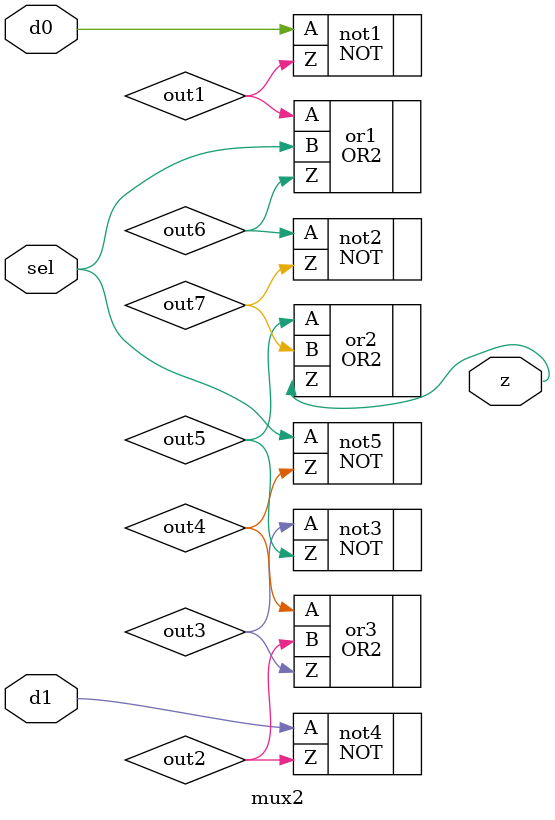
<source format=sv>
module mux2 (
    input logic d0,          // Data input 0
    input logic d1,          // Data input 1
    input logic sel,         // Select input
    output logic z           // Output
);

// Put your code here
// ------------------
logic out1,out2,out3,out4,out5,out6,out7;
NOT #(.Tpdlh(1),.Tpdhl(8) ) not1 (.Z(out1),.A(d0));
NOT #(.Tpdlh(1),.Tpdhl(8) ) not2 (.Z(out7),.A(out6));
NOT #(.Tpdlh(1),.Tpdhl(8) ) not3 (.Z(out5),.A(out3));
NOT #(.Tpdlh(1),.Tpdhl(8) ) not4 (.Z(out2),.A(d1));
NOT #(.Tpdlh(1),.Tpdhl(8) ) not5 (.Z(out4),.A(sel));
OR2 #(.Tpdlh(2),.Tpdhl(8) ) or1 (.Z(out6),.A(out1),.B(sel));
OR2 #(.Tpdlh(2),.Tpdhl(8) ) or2 (.Z(z),.A(out5),.B(out7));
OR2 #(.Tpdlh(2),.Tpdhl(8) ) or3 (.Z(out3),.A(out4),.B(out2));
// End of your code

endmodule

</source>
